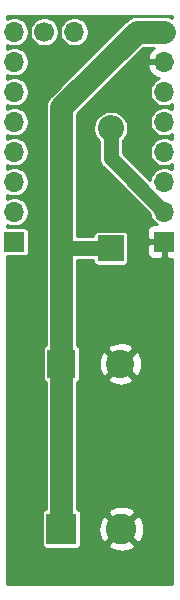
<source format=gtl>
%TF.GenerationSoftware,KiCad,Pcbnew,(5.1.9)-1*%
%TF.CreationDate,2021-12-09T11:09:14-03:00*%
%TF.ProjectId,HV_stepstick_adapter,48565f73-7465-4707-9374-69636b5f6164,rev?*%
%TF.SameCoordinates,Original*%
%TF.FileFunction,Copper,L1,Top*%
%TF.FilePolarity,Positive*%
%FSLAX46Y46*%
G04 Gerber Fmt 4.6, Leading zero omitted, Abs format (unit mm)*
G04 Created by KiCad (PCBNEW (5.1.9)-1) date 2021-12-09 11:09:14*
%MOMM*%
%LPD*%
G01*
G04 APERTURE LIST*
%TA.AperFunction,ComponentPad*%
%ADD10R,2.400000X2.400000*%
%TD*%
%TA.AperFunction,ComponentPad*%
%ADD11C,2.400000*%
%TD*%
%TA.AperFunction,ComponentPad*%
%ADD12R,2.600000X2.600000*%
%TD*%
%TA.AperFunction,ComponentPad*%
%ADD13C,2.600000*%
%TD*%
%TA.AperFunction,ComponentPad*%
%ADD14R,1.700000X1.700000*%
%TD*%
%TA.AperFunction,ComponentPad*%
%ADD15O,1.700000X1.700000*%
%TD*%
%TA.AperFunction,ComponentPad*%
%ADD16C,1.700000*%
%TD*%
%TA.AperFunction,ComponentPad*%
%ADD17R,2.200000X2.200000*%
%TD*%
%TA.AperFunction,ComponentPad*%
%ADD18O,2.200000X2.200000*%
%TD*%
%TA.AperFunction,Conductor*%
%ADD19C,1.270000*%
%TD*%
%TA.AperFunction,Conductor*%
%ADD20C,1.905000*%
%TD*%
%TA.AperFunction,Conductor*%
%ADD21C,0.254000*%
%TD*%
%TA.AperFunction,Conductor*%
%ADD22C,0.100000*%
%TD*%
G04 APERTURE END LIST*
D10*
%TO.P,C1,1*%
%TO.N,VMOT*%
X97790000Y-137922000D03*
D11*
%TO.P,C1,2*%
%TO.N,GND*%
X102790000Y-137922000D03*
%TD*%
D12*
%TO.P,J1,1*%
%TO.N,VMOT*%
X97790000Y-151892000D03*
D13*
%TO.P,J1,2*%
%TO.N,GND*%
X102870000Y-151892000D03*
%TD*%
D14*
%TO.P,J2,1*%
%TO.N,DIR*%
X93805000Y-127594999D03*
D15*
%TO.P,J2,2*%
%TO.N,STEP*%
X93805000Y-125054999D03*
%TO.P,J2,3*%
%TO.N,~SLEEP*%
X93805000Y-122514999D03*
%TO.P,J2,4*%
%TO.N,~RESET*%
X93805000Y-119974999D03*
%TO.P,J2,5*%
%TO.N,MS3*%
X93805000Y-117434999D03*
%TO.P,J2,6*%
%TO.N,MS2*%
X93805000Y-114894999D03*
%TO.P,J2,7*%
%TO.N,MS1*%
X93805000Y-112354999D03*
%TO.P,J2,8*%
%TO.N,~ENABLE*%
X93805000Y-109814999D03*
%TD*%
%TO.P,J3,8*%
%TO.N,VMOT*%
X106502999Y-109814999D03*
%TO.P,J3,7*%
%TO.N,GND*%
X106502999Y-112354999D03*
%TO.P,J3,6*%
%TO.N,2B*%
X106502999Y-114894999D03*
%TO.P,J3,5*%
%TO.N,2A*%
X106502999Y-117434999D03*
%TO.P,J3,4*%
%TO.N,1A*%
X106502999Y-119974999D03*
%TO.P,J3,3*%
%TO.N,1B*%
X106502999Y-122514999D03*
%TO.P,J3,2*%
%TO.N,VDD*%
X106502999Y-125054999D03*
D14*
%TO.P,J3,1*%
%TO.N,GND*%
X106502999Y-127594999D03*
%TD*%
D16*
%TO.P,J4,1*%
%TO.N,Net-(J4-Pad1)*%
X96345000Y-109814999D03*
D15*
%TO.P,J4,2*%
%TO.N,Net-(J4-Pad2)*%
X98885000Y-109814999D03*
%TD*%
D17*
%TO.P,D1,1*%
%TO.N,VMOT*%
X101981000Y-128143000D03*
D18*
%TO.P,D1,2*%
%TO.N,VDD*%
X101981000Y-117983000D03*
%TD*%
D19*
%TO.N,VDD*%
X101981000Y-120533000D02*
X101981000Y-117983000D01*
X106502999Y-125054999D02*
X101981000Y-120533000D01*
D20*
%TO.N,VMOT*%
X97790000Y-151892000D02*
X97790000Y-137922000D01*
X106502999Y-109814999D02*
X104185001Y-109814999D01*
X97790000Y-116210000D02*
X97790000Y-118527998D01*
X104185001Y-109814999D02*
X97790000Y-116210000D01*
D19*
X98552000Y-128143000D02*
X97790000Y-128905000D01*
X101981000Y-128143000D02*
X98552000Y-128143000D01*
D20*
X97790000Y-128905000D02*
X97790000Y-137922000D01*
X97790000Y-118527998D02*
X97790000Y-128905000D01*
%TD*%
D21*
%TO.N,GND*%
X107147000Y-108647186D02*
X107015776Y-108577045D01*
X106764411Y-108500794D01*
X106568507Y-108481499D01*
X104250498Y-108481499D01*
X104185000Y-108475048D01*
X104119503Y-108481499D01*
X104119493Y-108481499D01*
X103923589Y-108500794D01*
X103672224Y-108577045D01*
X103570709Y-108631306D01*
X103440563Y-108700870D01*
X103344638Y-108779594D01*
X103237512Y-108867510D01*
X103195751Y-108918396D01*
X96893397Y-115220750D01*
X96842511Y-115262511D01*
X96800752Y-115313395D01*
X96675871Y-115465563D01*
X96669172Y-115478096D01*
X96552046Y-115697224D01*
X96475795Y-115948589D01*
X96456500Y-116144493D01*
X96456500Y-116144503D01*
X96450049Y-116210000D01*
X96456500Y-116275498D01*
X96456501Y-118462481D01*
X96456500Y-118462491D01*
X96456501Y-128839483D01*
X96456500Y-128839493D01*
X96456501Y-136364353D01*
X96443492Y-136368299D01*
X96377304Y-136403678D01*
X96319289Y-136451289D01*
X96271678Y-136509304D01*
X96236299Y-136575492D01*
X96214513Y-136647311D01*
X96207157Y-136722000D01*
X96207157Y-139122000D01*
X96214513Y-139196689D01*
X96236299Y-139268508D01*
X96271678Y-139334696D01*
X96319289Y-139392711D01*
X96377304Y-139440322D01*
X96443492Y-139475701D01*
X96456501Y-139479647D01*
X96456500Y-150212456D01*
X96415311Y-150216513D01*
X96343492Y-150238299D01*
X96277304Y-150273678D01*
X96219289Y-150321289D01*
X96171678Y-150379304D01*
X96136299Y-150445492D01*
X96114513Y-150517311D01*
X96107157Y-150592000D01*
X96107157Y-153192000D01*
X96114513Y-153266689D01*
X96136299Y-153338508D01*
X96171678Y-153404696D01*
X96219289Y-153462711D01*
X96277304Y-153510322D01*
X96343492Y-153545701D01*
X96415311Y-153567487D01*
X96490000Y-153574843D01*
X99090000Y-153574843D01*
X99164689Y-153567487D01*
X99236508Y-153545701D01*
X99302696Y-153510322D01*
X99360711Y-153462711D01*
X99408322Y-153404696D01*
X99443701Y-153338508D01*
X99465487Y-153266689D01*
X99467995Y-153241224D01*
X101700381Y-153241224D01*
X101832317Y-153536312D01*
X102173045Y-153707159D01*
X102540557Y-153808250D01*
X102920729Y-153835701D01*
X103298951Y-153788457D01*
X103660690Y-153668333D01*
X103907683Y-153536312D01*
X104039619Y-153241224D01*
X102870000Y-152071605D01*
X101700381Y-153241224D01*
X99467995Y-153241224D01*
X99472843Y-153192000D01*
X99472843Y-151942729D01*
X100926299Y-151942729D01*
X100973543Y-152320951D01*
X101093667Y-152682690D01*
X101225688Y-152929683D01*
X101520776Y-153061619D01*
X102690395Y-151892000D01*
X103049605Y-151892000D01*
X104219224Y-153061619D01*
X104514312Y-152929683D01*
X104685159Y-152588955D01*
X104786250Y-152221443D01*
X104813701Y-151841271D01*
X104766457Y-151463049D01*
X104646333Y-151101310D01*
X104514312Y-150854317D01*
X104219224Y-150722381D01*
X103049605Y-151892000D01*
X102690395Y-151892000D01*
X101520776Y-150722381D01*
X101225688Y-150854317D01*
X101054841Y-151195045D01*
X100953750Y-151562557D01*
X100926299Y-151942729D01*
X99472843Y-151942729D01*
X99472843Y-150592000D01*
X99467996Y-150542776D01*
X101700381Y-150542776D01*
X102870000Y-151712395D01*
X104039619Y-150542776D01*
X103907683Y-150247688D01*
X103566955Y-150076841D01*
X103199443Y-149975750D01*
X102819271Y-149948299D01*
X102441049Y-149995543D01*
X102079310Y-150115667D01*
X101832317Y-150247688D01*
X101700381Y-150542776D01*
X99467996Y-150542776D01*
X99465487Y-150517311D01*
X99443701Y-150445492D01*
X99408322Y-150379304D01*
X99360711Y-150321289D01*
X99302696Y-150273678D01*
X99236508Y-150238299D01*
X99164689Y-150216513D01*
X99123500Y-150212456D01*
X99123500Y-139479647D01*
X99136508Y-139475701D01*
X99202696Y-139440322D01*
X99260711Y-139392711D01*
X99308322Y-139334696D01*
X99343701Y-139268508D01*
X99364488Y-139199980D01*
X101691626Y-139199980D01*
X101811514Y-139484836D01*
X102135210Y-139645699D01*
X102484069Y-139740322D01*
X102844684Y-139765067D01*
X103203198Y-139718985D01*
X103545833Y-139603846D01*
X103768486Y-139484836D01*
X103888374Y-139199980D01*
X102790000Y-138101605D01*
X101691626Y-139199980D01*
X99364488Y-139199980D01*
X99365487Y-139196689D01*
X99372843Y-139122000D01*
X99372843Y-137976684D01*
X100946933Y-137976684D01*
X100993015Y-138335198D01*
X101108154Y-138677833D01*
X101227164Y-138900486D01*
X101512020Y-139020374D01*
X102610395Y-137922000D01*
X102969605Y-137922000D01*
X104067980Y-139020374D01*
X104352836Y-138900486D01*
X104513699Y-138576790D01*
X104608322Y-138227931D01*
X104633067Y-137867316D01*
X104586985Y-137508802D01*
X104471846Y-137166167D01*
X104352836Y-136943514D01*
X104067980Y-136823626D01*
X102969605Y-137922000D01*
X102610395Y-137922000D01*
X101512020Y-136823626D01*
X101227164Y-136943514D01*
X101066301Y-137267210D01*
X100971678Y-137616069D01*
X100946933Y-137976684D01*
X99372843Y-137976684D01*
X99372843Y-136722000D01*
X99365487Y-136647311D01*
X99364489Y-136644020D01*
X101691626Y-136644020D01*
X102790000Y-137742395D01*
X103888374Y-136644020D01*
X103768486Y-136359164D01*
X103444790Y-136198301D01*
X103095931Y-136103678D01*
X102735316Y-136078933D01*
X102376802Y-136125015D01*
X102034167Y-136240154D01*
X101811514Y-136359164D01*
X101691626Y-136644020D01*
X99364489Y-136644020D01*
X99343701Y-136575492D01*
X99308322Y-136509304D01*
X99260711Y-136451289D01*
X99202696Y-136403678D01*
X99136508Y-136368299D01*
X99123500Y-136364353D01*
X99123500Y-129159000D01*
X100498157Y-129159000D01*
X100498157Y-129243000D01*
X100505513Y-129317689D01*
X100527299Y-129389508D01*
X100562678Y-129455696D01*
X100610289Y-129513711D01*
X100668304Y-129561322D01*
X100734492Y-129596701D01*
X100806311Y-129618487D01*
X100881000Y-129625843D01*
X103081000Y-129625843D01*
X103155689Y-129618487D01*
X103227508Y-129596701D01*
X103293696Y-129561322D01*
X103351711Y-129513711D01*
X103399322Y-129455696D01*
X103434701Y-129389508D01*
X103456487Y-129317689D01*
X103463843Y-129243000D01*
X103463843Y-128444999D01*
X105014927Y-128444999D01*
X105027187Y-128569481D01*
X105063497Y-128689179D01*
X105122462Y-128799493D01*
X105201814Y-128896184D01*
X105298505Y-128975536D01*
X105408819Y-129034501D01*
X105528517Y-129070811D01*
X105652999Y-129083071D01*
X106217249Y-129079999D01*
X106375999Y-128921249D01*
X106375999Y-127721999D01*
X105176749Y-127721999D01*
X105017999Y-127880749D01*
X105014927Y-128444999D01*
X103463843Y-128444999D01*
X103463843Y-127043000D01*
X103456487Y-126968311D01*
X103434701Y-126896492D01*
X103399322Y-126830304D01*
X103351711Y-126772289D01*
X103293696Y-126724678D01*
X103227508Y-126689299D01*
X103155689Y-126667513D01*
X103081000Y-126660157D01*
X100881000Y-126660157D01*
X100806311Y-126667513D01*
X100734492Y-126689299D01*
X100668304Y-126724678D01*
X100610289Y-126772289D01*
X100562678Y-126830304D01*
X100527299Y-126896492D01*
X100505513Y-126968311D01*
X100498157Y-127043000D01*
X100498157Y-127127000D01*
X99123500Y-127127000D01*
X99123500Y-116762353D01*
X104737354Y-111148499D01*
X105640651Y-111148499D01*
X105621644Y-111159821D01*
X105405411Y-111354730D01*
X105231358Y-111588079D01*
X105106174Y-111850900D01*
X105061523Y-111998109D01*
X105182844Y-112227999D01*
X106375999Y-112227999D01*
X106375999Y-112207999D01*
X106629999Y-112207999D01*
X106629999Y-112227999D01*
X107147000Y-112227999D01*
X107147000Y-112481999D01*
X106629999Y-112481999D01*
X106629999Y-112501999D01*
X106375999Y-112501999D01*
X106375999Y-112481999D01*
X105182844Y-112481999D01*
X105061523Y-112711889D01*
X105106174Y-112859098D01*
X105231358Y-113121919D01*
X105405411Y-113355268D01*
X105621644Y-113550177D01*
X105871747Y-113699156D01*
X106034167Y-113756771D01*
X105919902Y-113804101D01*
X105718282Y-113938819D01*
X105546819Y-114110282D01*
X105412101Y-114311902D01*
X105319306Y-114535930D01*
X105271999Y-114773756D01*
X105271999Y-115016242D01*
X105319306Y-115254068D01*
X105412101Y-115478096D01*
X105546819Y-115679716D01*
X105718282Y-115851179D01*
X105919902Y-115985897D01*
X106143930Y-116078692D01*
X106381756Y-116125999D01*
X106624242Y-116125999D01*
X106862068Y-116078692D01*
X107086096Y-115985897D01*
X107147000Y-115945202D01*
X107147000Y-116384796D01*
X107086096Y-116344101D01*
X106862068Y-116251306D01*
X106624242Y-116203999D01*
X106381756Y-116203999D01*
X106143930Y-116251306D01*
X105919902Y-116344101D01*
X105718282Y-116478819D01*
X105546819Y-116650282D01*
X105412101Y-116851902D01*
X105319306Y-117075930D01*
X105271999Y-117313756D01*
X105271999Y-117556242D01*
X105319306Y-117794068D01*
X105412101Y-118018096D01*
X105546819Y-118219716D01*
X105718282Y-118391179D01*
X105919902Y-118525897D01*
X106143930Y-118618692D01*
X106381756Y-118665999D01*
X106624242Y-118665999D01*
X106862068Y-118618692D01*
X107086096Y-118525897D01*
X107147000Y-118485202D01*
X107147000Y-118924796D01*
X107086096Y-118884101D01*
X106862068Y-118791306D01*
X106624242Y-118743999D01*
X106381756Y-118743999D01*
X106143930Y-118791306D01*
X105919902Y-118884101D01*
X105718282Y-119018819D01*
X105546819Y-119190282D01*
X105412101Y-119391902D01*
X105319306Y-119615930D01*
X105271999Y-119853756D01*
X105271999Y-120096242D01*
X105319306Y-120334068D01*
X105412101Y-120558096D01*
X105546819Y-120759716D01*
X105718282Y-120931179D01*
X105919902Y-121065897D01*
X106143930Y-121158692D01*
X106381756Y-121205999D01*
X106624242Y-121205999D01*
X106862068Y-121158692D01*
X107086096Y-121065897D01*
X107147000Y-121025202D01*
X107147000Y-121464796D01*
X107086096Y-121424101D01*
X106862068Y-121331306D01*
X106624242Y-121283999D01*
X106381756Y-121283999D01*
X106143930Y-121331306D01*
X105919902Y-121424101D01*
X105718282Y-121558819D01*
X105546819Y-121730282D01*
X105412101Y-121931902D01*
X105319306Y-122155930D01*
X105273094Y-122388253D01*
X102997000Y-120112160D01*
X102997000Y-119061451D01*
X103131368Y-118927083D01*
X103293445Y-118684517D01*
X103405086Y-118414992D01*
X103462000Y-118128866D01*
X103462000Y-117837134D01*
X103405086Y-117551008D01*
X103293445Y-117281483D01*
X103131368Y-117038917D01*
X102925083Y-116832632D01*
X102682517Y-116670555D01*
X102412992Y-116558914D01*
X102126866Y-116502000D01*
X101835134Y-116502000D01*
X101549008Y-116558914D01*
X101279483Y-116670555D01*
X101036917Y-116832632D01*
X100830632Y-117038917D01*
X100668555Y-117281483D01*
X100556914Y-117551008D01*
X100500000Y-117837134D01*
X100500000Y-118128866D01*
X100556914Y-118414992D01*
X100668555Y-118684517D01*
X100830632Y-118927083D01*
X100965001Y-119061452D01*
X100965000Y-120483098D01*
X100960085Y-120533000D01*
X100965000Y-120582901D01*
X100979702Y-120732170D01*
X101037798Y-120923686D01*
X101132140Y-121100190D01*
X101259104Y-121254896D01*
X101297872Y-121286712D01*
X105293005Y-125281846D01*
X105319306Y-125414068D01*
X105412101Y-125638096D01*
X105546819Y-125839716D01*
X105718282Y-126011179D01*
X105863293Y-126108072D01*
X105652999Y-126106927D01*
X105528517Y-126119187D01*
X105408819Y-126155497D01*
X105298505Y-126214462D01*
X105201814Y-126293814D01*
X105122462Y-126390505D01*
X105063497Y-126500819D01*
X105027187Y-126620517D01*
X105014927Y-126744999D01*
X105017999Y-127309249D01*
X105176749Y-127467999D01*
X106375999Y-127467999D01*
X106375999Y-127447999D01*
X106629999Y-127447999D01*
X106629999Y-127467999D01*
X107147000Y-127467999D01*
X107147000Y-127721999D01*
X106629999Y-127721999D01*
X106629999Y-128921249D01*
X106788749Y-129079999D01*
X107147000Y-129081949D01*
X107147001Y-156586000D01*
X93211000Y-156586000D01*
X93211000Y-128827842D01*
X94655000Y-128827842D01*
X94729689Y-128820486D01*
X94801508Y-128798700D01*
X94867696Y-128763321D01*
X94925711Y-128715710D01*
X94973322Y-128657695D01*
X95008701Y-128591507D01*
X95030487Y-128519688D01*
X95037843Y-128444999D01*
X95037843Y-126744999D01*
X95030487Y-126670310D01*
X95008701Y-126598491D01*
X94973322Y-126532303D01*
X94925711Y-126474288D01*
X94867696Y-126426677D01*
X94801508Y-126391298D01*
X94729689Y-126369512D01*
X94655000Y-126362156D01*
X93211000Y-126362156D01*
X93211000Y-126138612D01*
X93221903Y-126145897D01*
X93445931Y-126238692D01*
X93683757Y-126285999D01*
X93926243Y-126285999D01*
X94164069Y-126238692D01*
X94388097Y-126145897D01*
X94589717Y-126011179D01*
X94761180Y-125839716D01*
X94895898Y-125638096D01*
X94988693Y-125414068D01*
X95036000Y-125176242D01*
X95036000Y-124933756D01*
X94988693Y-124695930D01*
X94895898Y-124471902D01*
X94761180Y-124270282D01*
X94589717Y-124098819D01*
X94388097Y-123964101D01*
X94164069Y-123871306D01*
X93926243Y-123823999D01*
X93683757Y-123823999D01*
X93445931Y-123871306D01*
X93221903Y-123964101D01*
X93211000Y-123971386D01*
X93211000Y-123598612D01*
X93221903Y-123605897D01*
X93445931Y-123698692D01*
X93683757Y-123745999D01*
X93926243Y-123745999D01*
X94164069Y-123698692D01*
X94388097Y-123605897D01*
X94589717Y-123471179D01*
X94761180Y-123299716D01*
X94895898Y-123098096D01*
X94988693Y-122874068D01*
X95036000Y-122636242D01*
X95036000Y-122393756D01*
X94988693Y-122155930D01*
X94895898Y-121931902D01*
X94761180Y-121730282D01*
X94589717Y-121558819D01*
X94388097Y-121424101D01*
X94164069Y-121331306D01*
X93926243Y-121283999D01*
X93683757Y-121283999D01*
X93445931Y-121331306D01*
X93221903Y-121424101D01*
X93211000Y-121431386D01*
X93211000Y-121058612D01*
X93221903Y-121065897D01*
X93445931Y-121158692D01*
X93683757Y-121205999D01*
X93926243Y-121205999D01*
X94164069Y-121158692D01*
X94388097Y-121065897D01*
X94589717Y-120931179D01*
X94761180Y-120759716D01*
X94895898Y-120558096D01*
X94988693Y-120334068D01*
X95036000Y-120096242D01*
X95036000Y-119853756D01*
X94988693Y-119615930D01*
X94895898Y-119391902D01*
X94761180Y-119190282D01*
X94589717Y-119018819D01*
X94388097Y-118884101D01*
X94164069Y-118791306D01*
X93926243Y-118743999D01*
X93683757Y-118743999D01*
X93445931Y-118791306D01*
X93221903Y-118884101D01*
X93211000Y-118891386D01*
X93211000Y-118518612D01*
X93221903Y-118525897D01*
X93445931Y-118618692D01*
X93683757Y-118665999D01*
X93926243Y-118665999D01*
X94164069Y-118618692D01*
X94388097Y-118525897D01*
X94589717Y-118391179D01*
X94761180Y-118219716D01*
X94895898Y-118018096D01*
X94988693Y-117794068D01*
X95036000Y-117556242D01*
X95036000Y-117313756D01*
X94988693Y-117075930D01*
X94895898Y-116851902D01*
X94761180Y-116650282D01*
X94589717Y-116478819D01*
X94388097Y-116344101D01*
X94164069Y-116251306D01*
X93926243Y-116203999D01*
X93683757Y-116203999D01*
X93445931Y-116251306D01*
X93221903Y-116344101D01*
X93211000Y-116351386D01*
X93211000Y-115978612D01*
X93221903Y-115985897D01*
X93445931Y-116078692D01*
X93683757Y-116125999D01*
X93926243Y-116125999D01*
X94164069Y-116078692D01*
X94388097Y-115985897D01*
X94589717Y-115851179D01*
X94761180Y-115679716D01*
X94895898Y-115478096D01*
X94988693Y-115254068D01*
X95036000Y-115016242D01*
X95036000Y-114773756D01*
X94988693Y-114535930D01*
X94895898Y-114311902D01*
X94761180Y-114110282D01*
X94589717Y-113938819D01*
X94388097Y-113804101D01*
X94164069Y-113711306D01*
X93926243Y-113663999D01*
X93683757Y-113663999D01*
X93445931Y-113711306D01*
X93221903Y-113804101D01*
X93211000Y-113811386D01*
X93211000Y-113438612D01*
X93221903Y-113445897D01*
X93445931Y-113538692D01*
X93683757Y-113585999D01*
X93926243Y-113585999D01*
X94164069Y-113538692D01*
X94388097Y-113445897D01*
X94589717Y-113311179D01*
X94761180Y-113139716D01*
X94895898Y-112938096D01*
X94988693Y-112714068D01*
X95036000Y-112476242D01*
X95036000Y-112233756D01*
X94988693Y-111995930D01*
X94895898Y-111771902D01*
X94761180Y-111570282D01*
X94589717Y-111398819D01*
X94388097Y-111264101D01*
X94164069Y-111171306D01*
X93926243Y-111123999D01*
X93683757Y-111123999D01*
X93445931Y-111171306D01*
X93221903Y-111264101D01*
X93211000Y-111271386D01*
X93211000Y-110898612D01*
X93221903Y-110905897D01*
X93445931Y-110998692D01*
X93683757Y-111045999D01*
X93926243Y-111045999D01*
X94164069Y-110998692D01*
X94388097Y-110905897D01*
X94589717Y-110771179D01*
X94761180Y-110599716D01*
X94895898Y-110398096D01*
X94988693Y-110174068D01*
X95036000Y-109936242D01*
X95036000Y-109693756D01*
X95114000Y-109693756D01*
X95114000Y-109936242D01*
X95161307Y-110174068D01*
X95254102Y-110398096D01*
X95388820Y-110599716D01*
X95560283Y-110771179D01*
X95761903Y-110905897D01*
X95985931Y-110998692D01*
X96223757Y-111045999D01*
X96466243Y-111045999D01*
X96704069Y-110998692D01*
X96928097Y-110905897D01*
X97129717Y-110771179D01*
X97301180Y-110599716D01*
X97435898Y-110398096D01*
X97528693Y-110174068D01*
X97576000Y-109936242D01*
X97576000Y-109693756D01*
X97654000Y-109693756D01*
X97654000Y-109936242D01*
X97701307Y-110174068D01*
X97794102Y-110398096D01*
X97928820Y-110599716D01*
X98100283Y-110771179D01*
X98301903Y-110905897D01*
X98525931Y-110998692D01*
X98763757Y-111045999D01*
X99006243Y-111045999D01*
X99244069Y-110998692D01*
X99468097Y-110905897D01*
X99669717Y-110771179D01*
X99841180Y-110599716D01*
X99975898Y-110398096D01*
X100068693Y-110174068D01*
X100116000Y-109936242D01*
X100116000Y-109693756D01*
X100068693Y-109455930D01*
X99975898Y-109231902D01*
X99841180Y-109030282D01*
X99669717Y-108858819D01*
X99468097Y-108724101D01*
X99244069Y-108631306D01*
X99006243Y-108583999D01*
X98763757Y-108583999D01*
X98525931Y-108631306D01*
X98301903Y-108724101D01*
X98100283Y-108858819D01*
X97928820Y-109030282D01*
X97794102Y-109231902D01*
X97701307Y-109455930D01*
X97654000Y-109693756D01*
X97576000Y-109693756D01*
X97528693Y-109455930D01*
X97435898Y-109231902D01*
X97301180Y-109030282D01*
X97129717Y-108858819D01*
X96928097Y-108724101D01*
X96704069Y-108631306D01*
X96466243Y-108583999D01*
X96223757Y-108583999D01*
X95985931Y-108631306D01*
X95761903Y-108724101D01*
X95560283Y-108858819D01*
X95388820Y-109030282D01*
X95254102Y-109231902D01*
X95161307Y-109455930D01*
X95114000Y-109693756D01*
X95036000Y-109693756D01*
X94988693Y-109455930D01*
X94895898Y-109231902D01*
X94761180Y-109030282D01*
X94589717Y-108858819D01*
X94388097Y-108724101D01*
X94164069Y-108631306D01*
X93926243Y-108583999D01*
X93683757Y-108583999D01*
X93445931Y-108631306D01*
X93221903Y-108724101D01*
X93211000Y-108731386D01*
X93211000Y-108451000D01*
X107147000Y-108451000D01*
X107147000Y-108647186D01*
%TA.AperFunction,Conductor*%
D22*
G36*
X107147000Y-108647186D02*
G01*
X107015776Y-108577045D01*
X106764411Y-108500794D01*
X106568507Y-108481499D01*
X104250498Y-108481499D01*
X104185000Y-108475048D01*
X104119503Y-108481499D01*
X104119493Y-108481499D01*
X103923589Y-108500794D01*
X103672224Y-108577045D01*
X103570709Y-108631306D01*
X103440563Y-108700870D01*
X103344638Y-108779594D01*
X103237512Y-108867510D01*
X103195751Y-108918396D01*
X96893397Y-115220750D01*
X96842511Y-115262511D01*
X96800752Y-115313395D01*
X96675871Y-115465563D01*
X96669172Y-115478096D01*
X96552046Y-115697224D01*
X96475795Y-115948589D01*
X96456500Y-116144493D01*
X96456500Y-116144503D01*
X96450049Y-116210000D01*
X96456500Y-116275498D01*
X96456501Y-118462481D01*
X96456500Y-118462491D01*
X96456501Y-128839483D01*
X96456500Y-128839493D01*
X96456501Y-136364353D01*
X96443492Y-136368299D01*
X96377304Y-136403678D01*
X96319289Y-136451289D01*
X96271678Y-136509304D01*
X96236299Y-136575492D01*
X96214513Y-136647311D01*
X96207157Y-136722000D01*
X96207157Y-139122000D01*
X96214513Y-139196689D01*
X96236299Y-139268508D01*
X96271678Y-139334696D01*
X96319289Y-139392711D01*
X96377304Y-139440322D01*
X96443492Y-139475701D01*
X96456501Y-139479647D01*
X96456500Y-150212456D01*
X96415311Y-150216513D01*
X96343492Y-150238299D01*
X96277304Y-150273678D01*
X96219289Y-150321289D01*
X96171678Y-150379304D01*
X96136299Y-150445492D01*
X96114513Y-150517311D01*
X96107157Y-150592000D01*
X96107157Y-153192000D01*
X96114513Y-153266689D01*
X96136299Y-153338508D01*
X96171678Y-153404696D01*
X96219289Y-153462711D01*
X96277304Y-153510322D01*
X96343492Y-153545701D01*
X96415311Y-153567487D01*
X96490000Y-153574843D01*
X99090000Y-153574843D01*
X99164689Y-153567487D01*
X99236508Y-153545701D01*
X99302696Y-153510322D01*
X99360711Y-153462711D01*
X99408322Y-153404696D01*
X99443701Y-153338508D01*
X99465487Y-153266689D01*
X99467995Y-153241224D01*
X101700381Y-153241224D01*
X101832317Y-153536312D01*
X102173045Y-153707159D01*
X102540557Y-153808250D01*
X102920729Y-153835701D01*
X103298951Y-153788457D01*
X103660690Y-153668333D01*
X103907683Y-153536312D01*
X104039619Y-153241224D01*
X102870000Y-152071605D01*
X101700381Y-153241224D01*
X99467995Y-153241224D01*
X99472843Y-153192000D01*
X99472843Y-151942729D01*
X100926299Y-151942729D01*
X100973543Y-152320951D01*
X101093667Y-152682690D01*
X101225688Y-152929683D01*
X101520776Y-153061619D01*
X102690395Y-151892000D01*
X103049605Y-151892000D01*
X104219224Y-153061619D01*
X104514312Y-152929683D01*
X104685159Y-152588955D01*
X104786250Y-152221443D01*
X104813701Y-151841271D01*
X104766457Y-151463049D01*
X104646333Y-151101310D01*
X104514312Y-150854317D01*
X104219224Y-150722381D01*
X103049605Y-151892000D01*
X102690395Y-151892000D01*
X101520776Y-150722381D01*
X101225688Y-150854317D01*
X101054841Y-151195045D01*
X100953750Y-151562557D01*
X100926299Y-151942729D01*
X99472843Y-151942729D01*
X99472843Y-150592000D01*
X99467996Y-150542776D01*
X101700381Y-150542776D01*
X102870000Y-151712395D01*
X104039619Y-150542776D01*
X103907683Y-150247688D01*
X103566955Y-150076841D01*
X103199443Y-149975750D01*
X102819271Y-149948299D01*
X102441049Y-149995543D01*
X102079310Y-150115667D01*
X101832317Y-150247688D01*
X101700381Y-150542776D01*
X99467996Y-150542776D01*
X99465487Y-150517311D01*
X99443701Y-150445492D01*
X99408322Y-150379304D01*
X99360711Y-150321289D01*
X99302696Y-150273678D01*
X99236508Y-150238299D01*
X99164689Y-150216513D01*
X99123500Y-150212456D01*
X99123500Y-139479647D01*
X99136508Y-139475701D01*
X99202696Y-139440322D01*
X99260711Y-139392711D01*
X99308322Y-139334696D01*
X99343701Y-139268508D01*
X99364488Y-139199980D01*
X101691626Y-139199980D01*
X101811514Y-139484836D01*
X102135210Y-139645699D01*
X102484069Y-139740322D01*
X102844684Y-139765067D01*
X103203198Y-139718985D01*
X103545833Y-139603846D01*
X103768486Y-139484836D01*
X103888374Y-139199980D01*
X102790000Y-138101605D01*
X101691626Y-139199980D01*
X99364488Y-139199980D01*
X99365487Y-139196689D01*
X99372843Y-139122000D01*
X99372843Y-137976684D01*
X100946933Y-137976684D01*
X100993015Y-138335198D01*
X101108154Y-138677833D01*
X101227164Y-138900486D01*
X101512020Y-139020374D01*
X102610395Y-137922000D01*
X102969605Y-137922000D01*
X104067980Y-139020374D01*
X104352836Y-138900486D01*
X104513699Y-138576790D01*
X104608322Y-138227931D01*
X104633067Y-137867316D01*
X104586985Y-137508802D01*
X104471846Y-137166167D01*
X104352836Y-136943514D01*
X104067980Y-136823626D01*
X102969605Y-137922000D01*
X102610395Y-137922000D01*
X101512020Y-136823626D01*
X101227164Y-136943514D01*
X101066301Y-137267210D01*
X100971678Y-137616069D01*
X100946933Y-137976684D01*
X99372843Y-137976684D01*
X99372843Y-136722000D01*
X99365487Y-136647311D01*
X99364489Y-136644020D01*
X101691626Y-136644020D01*
X102790000Y-137742395D01*
X103888374Y-136644020D01*
X103768486Y-136359164D01*
X103444790Y-136198301D01*
X103095931Y-136103678D01*
X102735316Y-136078933D01*
X102376802Y-136125015D01*
X102034167Y-136240154D01*
X101811514Y-136359164D01*
X101691626Y-136644020D01*
X99364489Y-136644020D01*
X99343701Y-136575492D01*
X99308322Y-136509304D01*
X99260711Y-136451289D01*
X99202696Y-136403678D01*
X99136508Y-136368299D01*
X99123500Y-136364353D01*
X99123500Y-129159000D01*
X100498157Y-129159000D01*
X100498157Y-129243000D01*
X100505513Y-129317689D01*
X100527299Y-129389508D01*
X100562678Y-129455696D01*
X100610289Y-129513711D01*
X100668304Y-129561322D01*
X100734492Y-129596701D01*
X100806311Y-129618487D01*
X100881000Y-129625843D01*
X103081000Y-129625843D01*
X103155689Y-129618487D01*
X103227508Y-129596701D01*
X103293696Y-129561322D01*
X103351711Y-129513711D01*
X103399322Y-129455696D01*
X103434701Y-129389508D01*
X103456487Y-129317689D01*
X103463843Y-129243000D01*
X103463843Y-128444999D01*
X105014927Y-128444999D01*
X105027187Y-128569481D01*
X105063497Y-128689179D01*
X105122462Y-128799493D01*
X105201814Y-128896184D01*
X105298505Y-128975536D01*
X105408819Y-129034501D01*
X105528517Y-129070811D01*
X105652999Y-129083071D01*
X106217249Y-129079999D01*
X106375999Y-128921249D01*
X106375999Y-127721999D01*
X105176749Y-127721999D01*
X105017999Y-127880749D01*
X105014927Y-128444999D01*
X103463843Y-128444999D01*
X103463843Y-127043000D01*
X103456487Y-126968311D01*
X103434701Y-126896492D01*
X103399322Y-126830304D01*
X103351711Y-126772289D01*
X103293696Y-126724678D01*
X103227508Y-126689299D01*
X103155689Y-126667513D01*
X103081000Y-126660157D01*
X100881000Y-126660157D01*
X100806311Y-126667513D01*
X100734492Y-126689299D01*
X100668304Y-126724678D01*
X100610289Y-126772289D01*
X100562678Y-126830304D01*
X100527299Y-126896492D01*
X100505513Y-126968311D01*
X100498157Y-127043000D01*
X100498157Y-127127000D01*
X99123500Y-127127000D01*
X99123500Y-116762353D01*
X104737354Y-111148499D01*
X105640651Y-111148499D01*
X105621644Y-111159821D01*
X105405411Y-111354730D01*
X105231358Y-111588079D01*
X105106174Y-111850900D01*
X105061523Y-111998109D01*
X105182844Y-112227999D01*
X106375999Y-112227999D01*
X106375999Y-112207999D01*
X106629999Y-112207999D01*
X106629999Y-112227999D01*
X107147000Y-112227999D01*
X107147000Y-112481999D01*
X106629999Y-112481999D01*
X106629999Y-112501999D01*
X106375999Y-112501999D01*
X106375999Y-112481999D01*
X105182844Y-112481999D01*
X105061523Y-112711889D01*
X105106174Y-112859098D01*
X105231358Y-113121919D01*
X105405411Y-113355268D01*
X105621644Y-113550177D01*
X105871747Y-113699156D01*
X106034167Y-113756771D01*
X105919902Y-113804101D01*
X105718282Y-113938819D01*
X105546819Y-114110282D01*
X105412101Y-114311902D01*
X105319306Y-114535930D01*
X105271999Y-114773756D01*
X105271999Y-115016242D01*
X105319306Y-115254068D01*
X105412101Y-115478096D01*
X105546819Y-115679716D01*
X105718282Y-115851179D01*
X105919902Y-115985897D01*
X106143930Y-116078692D01*
X106381756Y-116125999D01*
X106624242Y-116125999D01*
X106862068Y-116078692D01*
X107086096Y-115985897D01*
X107147000Y-115945202D01*
X107147000Y-116384796D01*
X107086096Y-116344101D01*
X106862068Y-116251306D01*
X106624242Y-116203999D01*
X106381756Y-116203999D01*
X106143930Y-116251306D01*
X105919902Y-116344101D01*
X105718282Y-116478819D01*
X105546819Y-116650282D01*
X105412101Y-116851902D01*
X105319306Y-117075930D01*
X105271999Y-117313756D01*
X105271999Y-117556242D01*
X105319306Y-117794068D01*
X105412101Y-118018096D01*
X105546819Y-118219716D01*
X105718282Y-118391179D01*
X105919902Y-118525897D01*
X106143930Y-118618692D01*
X106381756Y-118665999D01*
X106624242Y-118665999D01*
X106862068Y-118618692D01*
X107086096Y-118525897D01*
X107147000Y-118485202D01*
X107147000Y-118924796D01*
X107086096Y-118884101D01*
X106862068Y-118791306D01*
X106624242Y-118743999D01*
X106381756Y-118743999D01*
X106143930Y-118791306D01*
X105919902Y-118884101D01*
X105718282Y-119018819D01*
X105546819Y-119190282D01*
X105412101Y-119391902D01*
X105319306Y-119615930D01*
X105271999Y-119853756D01*
X105271999Y-120096242D01*
X105319306Y-120334068D01*
X105412101Y-120558096D01*
X105546819Y-120759716D01*
X105718282Y-120931179D01*
X105919902Y-121065897D01*
X106143930Y-121158692D01*
X106381756Y-121205999D01*
X106624242Y-121205999D01*
X106862068Y-121158692D01*
X107086096Y-121065897D01*
X107147000Y-121025202D01*
X107147000Y-121464796D01*
X107086096Y-121424101D01*
X106862068Y-121331306D01*
X106624242Y-121283999D01*
X106381756Y-121283999D01*
X106143930Y-121331306D01*
X105919902Y-121424101D01*
X105718282Y-121558819D01*
X105546819Y-121730282D01*
X105412101Y-121931902D01*
X105319306Y-122155930D01*
X105273094Y-122388253D01*
X102997000Y-120112160D01*
X102997000Y-119061451D01*
X103131368Y-118927083D01*
X103293445Y-118684517D01*
X103405086Y-118414992D01*
X103462000Y-118128866D01*
X103462000Y-117837134D01*
X103405086Y-117551008D01*
X103293445Y-117281483D01*
X103131368Y-117038917D01*
X102925083Y-116832632D01*
X102682517Y-116670555D01*
X102412992Y-116558914D01*
X102126866Y-116502000D01*
X101835134Y-116502000D01*
X101549008Y-116558914D01*
X101279483Y-116670555D01*
X101036917Y-116832632D01*
X100830632Y-117038917D01*
X100668555Y-117281483D01*
X100556914Y-117551008D01*
X100500000Y-117837134D01*
X100500000Y-118128866D01*
X100556914Y-118414992D01*
X100668555Y-118684517D01*
X100830632Y-118927083D01*
X100965001Y-119061452D01*
X100965000Y-120483098D01*
X100960085Y-120533000D01*
X100965000Y-120582901D01*
X100979702Y-120732170D01*
X101037798Y-120923686D01*
X101132140Y-121100190D01*
X101259104Y-121254896D01*
X101297872Y-121286712D01*
X105293005Y-125281846D01*
X105319306Y-125414068D01*
X105412101Y-125638096D01*
X105546819Y-125839716D01*
X105718282Y-126011179D01*
X105863293Y-126108072D01*
X105652999Y-126106927D01*
X105528517Y-126119187D01*
X105408819Y-126155497D01*
X105298505Y-126214462D01*
X105201814Y-126293814D01*
X105122462Y-126390505D01*
X105063497Y-126500819D01*
X105027187Y-126620517D01*
X105014927Y-126744999D01*
X105017999Y-127309249D01*
X105176749Y-127467999D01*
X106375999Y-127467999D01*
X106375999Y-127447999D01*
X106629999Y-127447999D01*
X106629999Y-127467999D01*
X107147000Y-127467999D01*
X107147000Y-127721999D01*
X106629999Y-127721999D01*
X106629999Y-128921249D01*
X106788749Y-129079999D01*
X107147000Y-129081949D01*
X107147001Y-156586000D01*
X93211000Y-156586000D01*
X93211000Y-128827842D01*
X94655000Y-128827842D01*
X94729689Y-128820486D01*
X94801508Y-128798700D01*
X94867696Y-128763321D01*
X94925711Y-128715710D01*
X94973322Y-128657695D01*
X95008701Y-128591507D01*
X95030487Y-128519688D01*
X95037843Y-128444999D01*
X95037843Y-126744999D01*
X95030487Y-126670310D01*
X95008701Y-126598491D01*
X94973322Y-126532303D01*
X94925711Y-126474288D01*
X94867696Y-126426677D01*
X94801508Y-126391298D01*
X94729689Y-126369512D01*
X94655000Y-126362156D01*
X93211000Y-126362156D01*
X93211000Y-126138612D01*
X93221903Y-126145897D01*
X93445931Y-126238692D01*
X93683757Y-126285999D01*
X93926243Y-126285999D01*
X94164069Y-126238692D01*
X94388097Y-126145897D01*
X94589717Y-126011179D01*
X94761180Y-125839716D01*
X94895898Y-125638096D01*
X94988693Y-125414068D01*
X95036000Y-125176242D01*
X95036000Y-124933756D01*
X94988693Y-124695930D01*
X94895898Y-124471902D01*
X94761180Y-124270282D01*
X94589717Y-124098819D01*
X94388097Y-123964101D01*
X94164069Y-123871306D01*
X93926243Y-123823999D01*
X93683757Y-123823999D01*
X93445931Y-123871306D01*
X93221903Y-123964101D01*
X93211000Y-123971386D01*
X93211000Y-123598612D01*
X93221903Y-123605897D01*
X93445931Y-123698692D01*
X93683757Y-123745999D01*
X93926243Y-123745999D01*
X94164069Y-123698692D01*
X94388097Y-123605897D01*
X94589717Y-123471179D01*
X94761180Y-123299716D01*
X94895898Y-123098096D01*
X94988693Y-122874068D01*
X95036000Y-122636242D01*
X95036000Y-122393756D01*
X94988693Y-122155930D01*
X94895898Y-121931902D01*
X94761180Y-121730282D01*
X94589717Y-121558819D01*
X94388097Y-121424101D01*
X94164069Y-121331306D01*
X93926243Y-121283999D01*
X93683757Y-121283999D01*
X93445931Y-121331306D01*
X93221903Y-121424101D01*
X93211000Y-121431386D01*
X93211000Y-121058612D01*
X93221903Y-121065897D01*
X93445931Y-121158692D01*
X93683757Y-121205999D01*
X93926243Y-121205999D01*
X94164069Y-121158692D01*
X94388097Y-121065897D01*
X94589717Y-120931179D01*
X94761180Y-120759716D01*
X94895898Y-120558096D01*
X94988693Y-120334068D01*
X95036000Y-120096242D01*
X95036000Y-119853756D01*
X94988693Y-119615930D01*
X94895898Y-119391902D01*
X94761180Y-119190282D01*
X94589717Y-119018819D01*
X94388097Y-118884101D01*
X94164069Y-118791306D01*
X93926243Y-118743999D01*
X93683757Y-118743999D01*
X93445931Y-118791306D01*
X93221903Y-118884101D01*
X93211000Y-118891386D01*
X93211000Y-118518612D01*
X93221903Y-118525897D01*
X93445931Y-118618692D01*
X93683757Y-118665999D01*
X93926243Y-118665999D01*
X94164069Y-118618692D01*
X94388097Y-118525897D01*
X94589717Y-118391179D01*
X94761180Y-118219716D01*
X94895898Y-118018096D01*
X94988693Y-117794068D01*
X95036000Y-117556242D01*
X95036000Y-117313756D01*
X94988693Y-117075930D01*
X94895898Y-116851902D01*
X94761180Y-116650282D01*
X94589717Y-116478819D01*
X94388097Y-116344101D01*
X94164069Y-116251306D01*
X93926243Y-116203999D01*
X93683757Y-116203999D01*
X93445931Y-116251306D01*
X93221903Y-116344101D01*
X93211000Y-116351386D01*
X93211000Y-115978612D01*
X93221903Y-115985897D01*
X93445931Y-116078692D01*
X93683757Y-116125999D01*
X93926243Y-116125999D01*
X94164069Y-116078692D01*
X94388097Y-115985897D01*
X94589717Y-115851179D01*
X94761180Y-115679716D01*
X94895898Y-115478096D01*
X94988693Y-115254068D01*
X95036000Y-115016242D01*
X95036000Y-114773756D01*
X94988693Y-114535930D01*
X94895898Y-114311902D01*
X94761180Y-114110282D01*
X94589717Y-113938819D01*
X94388097Y-113804101D01*
X94164069Y-113711306D01*
X93926243Y-113663999D01*
X93683757Y-113663999D01*
X93445931Y-113711306D01*
X93221903Y-113804101D01*
X93211000Y-113811386D01*
X93211000Y-113438612D01*
X93221903Y-113445897D01*
X93445931Y-113538692D01*
X93683757Y-113585999D01*
X93926243Y-113585999D01*
X94164069Y-113538692D01*
X94388097Y-113445897D01*
X94589717Y-113311179D01*
X94761180Y-113139716D01*
X94895898Y-112938096D01*
X94988693Y-112714068D01*
X95036000Y-112476242D01*
X95036000Y-112233756D01*
X94988693Y-111995930D01*
X94895898Y-111771902D01*
X94761180Y-111570282D01*
X94589717Y-111398819D01*
X94388097Y-111264101D01*
X94164069Y-111171306D01*
X93926243Y-111123999D01*
X93683757Y-111123999D01*
X93445931Y-111171306D01*
X93221903Y-111264101D01*
X93211000Y-111271386D01*
X93211000Y-110898612D01*
X93221903Y-110905897D01*
X93445931Y-110998692D01*
X93683757Y-111045999D01*
X93926243Y-111045999D01*
X94164069Y-110998692D01*
X94388097Y-110905897D01*
X94589717Y-110771179D01*
X94761180Y-110599716D01*
X94895898Y-110398096D01*
X94988693Y-110174068D01*
X95036000Y-109936242D01*
X95036000Y-109693756D01*
X95114000Y-109693756D01*
X95114000Y-109936242D01*
X95161307Y-110174068D01*
X95254102Y-110398096D01*
X95388820Y-110599716D01*
X95560283Y-110771179D01*
X95761903Y-110905897D01*
X95985931Y-110998692D01*
X96223757Y-111045999D01*
X96466243Y-111045999D01*
X96704069Y-110998692D01*
X96928097Y-110905897D01*
X97129717Y-110771179D01*
X97301180Y-110599716D01*
X97435898Y-110398096D01*
X97528693Y-110174068D01*
X97576000Y-109936242D01*
X97576000Y-109693756D01*
X97654000Y-109693756D01*
X97654000Y-109936242D01*
X97701307Y-110174068D01*
X97794102Y-110398096D01*
X97928820Y-110599716D01*
X98100283Y-110771179D01*
X98301903Y-110905897D01*
X98525931Y-110998692D01*
X98763757Y-111045999D01*
X99006243Y-111045999D01*
X99244069Y-110998692D01*
X99468097Y-110905897D01*
X99669717Y-110771179D01*
X99841180Y-110599716D01*
X99975898Y-110398096D01*
X100068693Y-110174068D01*
X100116000Y-109936242D01*
X100116000Y-109693756D01*
X100068693Y-109455930D01*
X99975898Y-109231902D01*
X99841180Y-109030282D01*
X99669717Y-108858819D01*
X99468097Y-108724101D01*
X99244069Y-108631306D01*
X99006243Y-108583999D01*
X98763757Y-108583999D01*
X98525931Y-108631306D01*
X98301903Y-108724101D01*
X98100283Y-108858819D01*
X97928820Y-109030282D01*
X97794102Y-109231902D01*
X97701307Y-109455930D01*
X97654000Y-109693756D01*
X97576000Y-109693756D01*
X97528693Y-109455930D01*
X97435898Y-109231902D01*
X97301180Y-109030282D01*
X97129717Y-108858819D01*
X96928097Y-108724101D01*
X96704069Y-108631306D01*
X96466243Y-108583999D01*
X96223757Y-108583999D01*
X95985931Y-108631306D01*
X95761903Y-108724101D01*
X95560283Y-108858819D01*
X95388820Y-109030282D01*
X95254102Y-109231902D01*
X95161307Y-109455930D01*
X95114000Y-109693756D01*
X95036000Y-109693756D01*
X94988693Y-109455930D01*
X94895898Y-109231902D01*
X94761180Y-109030282D01*
X94589717Y-108858819D01*
X94388097Y-108724101D01*
X94164069Y-108631306D01*
X93926243Y-108583999D01*
X93683757Y-108583999D01*
X93445931Y-108631306D01*
X93221903Y-108724101D01*
X93211000Y-108731386D01*
X93211000Y-108451000D01*
X107147000Y-108451000D01*
X107147000Y-108647186D01*
G37*
%TD.AperFunction*%
%TD*%
M02*

</source>
